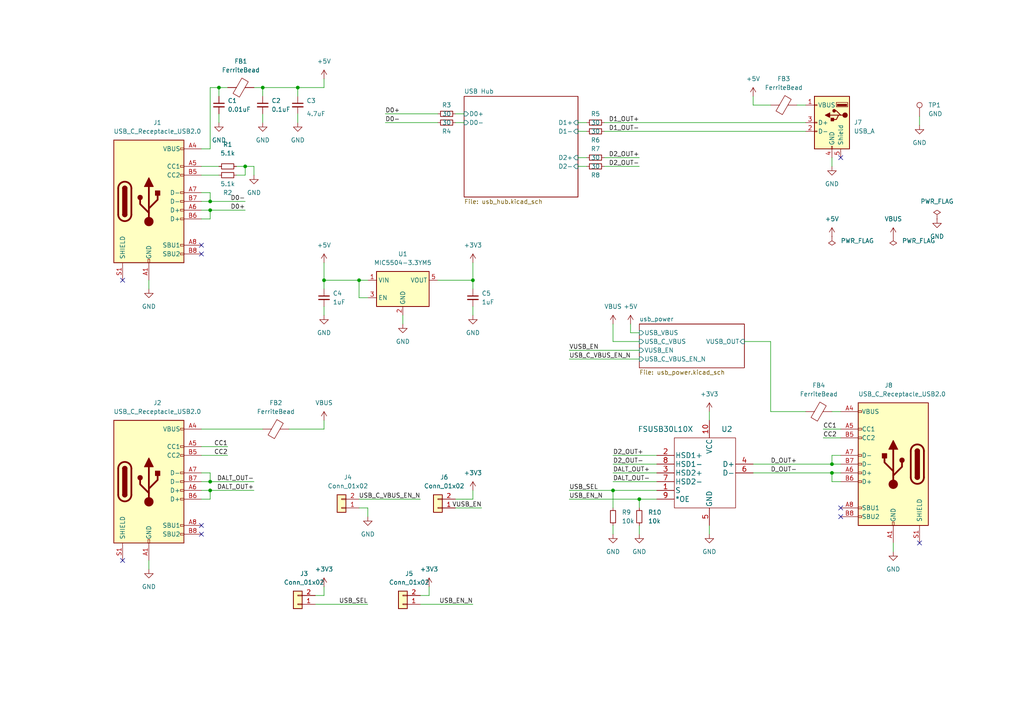
<source format=kicad_sch>
(kicad_sch (version 20210621) (generator eeschema)
  (paper "A4")
  (title_block (title "Debugotron - USB Switch") (date "2021-11-14") (rev "1.0") (company "Quesadillon LLC"))
  (lib_symbols
    (symbol "Connector:TestPoint" (pin_numbers hide) (pin_names (offset 0.762) hide)
      (property "Reference" "TP" (at 0 6.858 0))
      (property "Value" "TestPoint" (at 0 5.08 0))
      (symbol "TestPoint_0_1"
        (circle (center 0 3.302) (radius 0.762))
      )
      (symbol "TestPoint_1_1"
        (pin passive line (at 0 0 90) (length 2.54) (name "1") (number "1"))
      )
    )
    (symbol "Connector:USB_A" (pin_names (offset 1.016))
      (property "Reference" "J" (at -5.08 11.43 0))
      (property "Value" "USB_A" (at -5.08 8.89 0))
      (symbol "USB_A_0_1"
        (rectangle (start -5.08 -7.62) (end 5.08 7.62) (stroke (width 0.254)) (fill (type background)))
        (circle (center -3.81 2.159) (radius 0.635) (stroke (width 0.254)) (fill (type outline)))
        (rectangle (start -1.524 4.826) (end -4.318 5.334) (fill (type outline)))
        (rectangle (start -1.27 4.572) (end -4.572 5.842))
        (circle (center -0.635 3.429) (radius 0.381) (stroke (width 0.254)) (fill (type outline)))
        (rectangle (start -0.127 -7.62) (end 0.127 -6.858))
        (polyline (pts (xy -3.175 2.159) (xy -2.54 2.159) (xy -1.27 3.429) (xy -0.635 3.429)) (stroke (width 0.254)))
        (polyline (pts (xy -2.54 2.159) (xy -1.905 2.159) (xy -1.27 0.889) (xy 0 0.889)) (stroke (width 0.254)))
        (polyline (pts (xy 0.635 2.794) (xy 0.635 1.524) (xy 1.905 2.159) (xy 0.635 2.794)) (stroke (width 0.254)) (fill (type outline)))
        (rectangle (start 0.254 1.27) (end -0.508 0.508) (stroke (width 0.254)) (fill (type outline)))
        (rectangle (start 5.08 -2.667) (end 4.318 -2.413))
        (rectangle (start 5.08 -0.127) (end 4.318 0.127))
        (rectangle (start 5.08 4.953) (end 4.318 5.207))
      )
      (symbol "USB_A_1_1"
        (polyline (pts (xy -1.905 2.159) (xy 0.635 2.159)) (stroke (width 0.254)))
        (pin power_in line (at 7.62 5.08 180) (length 2.54) (name "VBUS") (number "1"))
        (pin bidirectional line (at 7.62 -2.54 180) (length 2.54) (name "D-") (number "2"))
        (pin bidirectional line (at 7.62 0 180) (length 2.54) (name "D+") (number "3"))
        (pin power_in line (at 0 -10.16 90) (length 2.54) (name "GND") (number "4"))
        (pin passive line (at -2.54 -10.16 90) (length 2.54) (name "Shield") (number "5"))
      )
    )
    (symbol "Connector:USB_C_Receptacle_USB2.0" (pin_names (offset 1.016))
      (property "Reference" "J" (at -10.16 19.05 0))
      (property "Value" "USB_C_Receptacle_USB2.0" (at 19.05 19.05 0))
      (symbol "USB_C_Receptacle_USB2.0_0_0"
        (rectangle (start -0.254 -17.78) (end 0.254 -16.764))
        (rectangle (start 10.16 -14.986) (end 9.144 -15.494))
        (rectangle (start 10.16 -12.446) (end 9.144 -12.954))
        (rectangle (start 10.16 -4.826) (end 9.144 -5.334))
        (rectangle (start 10.16 -2.286) (end 9.144 -2.794))
        (rectangle (start 10.16 0.254) (end 9.144 -0.254))
        (rectangle (start 10.16 2.794) (end 9.144 2.286))
        (rectangle (start 10.16 7.874) (end 9.144 7.366))
        (rectangle (start 10.16 10.414) (end 9.144 9.906))
        (rectangle (start 10.16 15.494) (end 9.144 14.986))
      )
      (symbol "USB_C_Receptacle_USB2.0_0_1"
        (rectangle (start -10.16 17.78) (end 10.16 -17.78) (stroke (width 0.254)) (fill (type background)))
        (arc (start -8.89 -3.81) (mid -6.985 -5.715) (end -5.08 -3.81) (stroke (width 0.508)))
        (arc (start -7.62 -3.81) (mid -6.985 -4.445) (end -6.35 -3.81) (stroke (width 0.254)))
        (arc (start -7.62 -3.81) (mid -6.985 -4.445) (end -6.35 -3.81) (stroke (width 0.254)) (fill (type outline)))
        (rectangle (start -7.62 -3.81) (end -6.35 3.81) (stroke (width 0.254)) (fill (type outline)))
        (arc (start -6.35 3.81) (mid -6.985 4.445) (end -7.62 3.81) (stroke (width 0.254)))
        (arc (start -6.35 3.81) (mid -6.985 4.445) (end -7.62 3.81) (stroke (width 0.254)) (fill (type outline)))
        (arc (start -5.08 3.81) (mid -6.985 5.715) (end -8.89 3.81) (stroke (width 0.508)))
        (circle (center -2.54 1.143) (radius 0.635) (stroke (width 0.254)) (fill (type outline)))
        (circle (center 0 -5.842) (radius 1.27) (fill (type outline)))
        (polyline (pts (xy -8.89 -3.81) (xy -8.89 3.81)) (stroke (width 0.508)))
        (polyline (pts (xy -5.08 3.81) (xy -5.08 -3.81)) (stroke (width 0.508)))
        (polyline (pts (xy 0 -5.842) (xy 0 4.318)) (stroke (width 0.508)))
        (polyline (pts (xy 0 -3.302) (xy -2.54 -0.762) (xy -2.54 0.508)) (stroke (width 0.508)))
        (polyline (pts (xy 0 -2.032) (xy 2.54 0.508) (xy 2.54 1.778)) (stroke (width 0.508)))
        (polyline (pts (xy -1.27 4.318) (xy 0 6.858) (xy 1.27 4.318) (xy -1.27 4.318)) (stroke (width 0.254)) (fill (type outline)))
        (rectangle (start 1.905 1.778) (end 3.175 3.048) (stroke (width 0.254)) (fill (type outline)))
      )
      (symbol "USB_C_Receptacle_USB2.0_1_1"
        (pin passive line (at 0 -22.86 90) (length 5.08) (name "GND") (number "A1"))
        (pin passive line (at 0 -22.86 90) (length 5.08) hide (name "GND") (number "A12"))
        (pin passive line (at 15.24 15.24 180) (length 5.08) (name "VBUS") (number "A4"))
        (pin bidirectional line (at 15.24 10.16 180) (length 5.08) (name "CC1") (number "A5"))
        (pin bidirectional line (at 15.24 -2.54 180) (length 5.08) (name "D+") (number "A6"))
        (pin bidirectional line (at 15.24 2.54 180) (length 5.08) (name "D-") (number "A7"))
        (pin bidirectional line (at 15.24 -12.7 180) (length 5.08) (name "SBU1") (number "A8"))
        (pin passive line (at 15.24 15.24 180) (length 5.08) hide (name "VBUS") (number "A9"))
        (pin passive line (at 0 -22.86 90) (length 5.08) hide (name "GND") (number "B1"))
        (pin passive line (at 0 -22.86 90) (length 5.08) hide (name "GND") (number "B12"))
        (pin passive line (at 15.24 15.24 180) (length 5.08) hide (name "VBUS") (number "B4"))
        (pin bidirectional line (at 15.24 7.62 180) (length 5.08) (name "CC2") (number "B5"))
        (pin bidirectional line (at 15.24 -5.08 180) (length 5.08) (name "D+") (number "B6"))
        (pin bidirectional line (at 15.24 0 180) (length 5.08) (name "D-") (number "B7"))
        (pin bidirectional line (at 15.24 -15.24 180) (length 5.08) (name "SBU2") (number "B8"))
        (pin passive line (at 15.24 15.24 180) (length 5.08) hide (name "VBUS") (number "B9"))
        (pin passive line (at -7.62 -22.86 90) (length 5.08) (name "SHIELD") (number "S1"))
      )
    )
    (symbol "Connector_Generic:Conn_01x02" (pin_names (offset 1.016) hide)
      (property "Reference" "J" (at 0 2.54 0))
      (property "Value" "Conn_01x02" (at 0 -5.08 0))
      (symbol "Conn_01x02_1_1"
        (rectangle (start -1.27 -2.413) (end 0 -2.667) (stroke (width 0.1524)))
        (rectangle (start -1.27 0.127) (end 0 -0.127) (stroke (width 0.1524)))
        (rectangle (start -1.27 1.27) (end 1.27 -3.81) (stroke (width 0.254)) (fill (type background)))
        (pin passive line (at -5.08 0 0) (length 3.81) (name "Pin_1") (number "1"))
        (pin passive line (at -5.08 -2.54 0) (length 3.81) (name "Pin_2") (number "2"))
      )
    )
    (symbol "Device:C_Small" (pin_numbers hide) (pin_names (offset 0.254) hide)
      (property "Reference" "C" (at 0.254 1.778 0))
      (property "Value" "C_Small" (at 0.254 -2.032 0))
      (symbol "C_Small_0_1"
        (polyline (pts (xy -1.524 -0.508) (xy 1.524 -0.508)) (stroke (width 0.3302)))
        (polyline (pts (xy -1.524 0.508) (xy 1.524 0.508)) (stroke (width 0.3048)))
      )
      (symbol "C_Small_1_1"
        (pin passive line (at 0 2.54 270) (length 2.032) (name "~") (number "1"))
        (pin passive line (at 0 -2.54 90) (length 2.032) (name "~") (number "2"))
      )
    )
    (symbol "Device:FerriteBead" (pin_numbers hide) (pin_names (offset 0))
      (property "Reference" "FB" (at -3.81 0.635 90))
      (property "Value" "FerriteBead" (at 3.81 0 90))
      (symbol "FerriteBead_0_1"
        (polyline (pts (xy 0 -1.27) (xy 0 -1.2192)))
        (polyline (pts (xy 0 1.27) (xy 0 1.2954)))
        (polyline (pts (xy -2.7686 0.4064) (xy -1.7018 2.2606) (xy 2.7686 -0.3048) (xy 1.6764 -2.159) (xy -2.7686 0.4064)))
      )
      (symbol "FerriteBead_1_1"
        (pin passive line (at 0 3.81 270) (length 2.54) (name "~") (number "1"))
        (pin passive line (at 0 -3.81 90) (length 2.54) (name "~") (number "2"))
      )
    )
    (symbol "Device:R_Small" (pin_numbers hide) (pin_names (offset 0.254) hide)
      (property "Reference" "R" (at 0.762 0.508 0))
      (property "Value" "R_Small" (at 0.762 -1.016 0))
      (symbol "R_Small_0_1"
        (rectangle (start -0.762 1.778) (end 0.762 -1.778) (stroke (width 0.2032)))
      )
      (symbol "R_Small_1_1"
        (pin passive line (at 0 2.54 270) (length 0.762) (name "~") (number "1"))
        (pin passive line (at 0 -2.54 90) (length 0.762) (name "~") (number "2"))
      )
    )
    (symbol "Regulator_Linear:MIC5504-3.3YM5"
      (property "Reference" "U" (at -7.62 8.89 0))
      (property "Value" "MIC5504-3.3YM5" (at -7.62 6.35 0))
      (symbol "MIC5504-3.3YM5_0_1"
        (rectangle (start -7.62 -5.08) (end 7.62 5.08) (stroke (width 0.254)) (fill (type background)))
      )
      (symbol "MIC5504-3.3YM5_1_1"
        (pin power_in line (at -10.16 2.54 0) (length 2.54) (name "VIN") (number "1"))
        (pin power_in line (at 0 -7.62 90) (length 2.54) (name "GND") (number "2"))
        (pin input line (at -10.16 -2.54 0) (length 2.54) (name "EN") (number "3"))
        (pin no_connect line (at 7.62 -2.54 180) (length 2.54) hide (name "NC") (number "4"))
        (pin power_out line (at 10.16 2.54 180) (length 2.54) (name "VOUT") (number "5"))
      )
    )
    (symbol "power:+3V3" (power) (pin_names (offset 0))
      (property "Value" "+3V3" (at 0 3.556 0))
      (symbol "+3V3_0_1"
        (polyline (pts (xy -0.762 1.27) (xy 0 2.54)))
        (polyline (pts (xy 0 0) (xy 0 2.54)))
        (polyline (pts (xy 0 2.54) (xy 0.762 1.27)))
      )
      (symbol "+3V3_1_1"
        (pin power_in line (at 0 0 90) (length 0) hide (name "+3V3") (number "1"))
      )
    )
    (symbol "power:+5V" (power) (pin_names (offset 0))
      (property "Value" "+5V" (at 0 3.556 0))
      (symbol "+5V_0_1"
        (polyline (pts (xy -0.762 1.27) (xy 0 2.54)))
        (polyline (pts (xy 0 0) (xy 0 2.54)))
        (polyline (pts (xy 0 2.54) (xy 0.762 1.27)))
      )
      (symbol "+5V_1_1"
        (pin power_in line (at 0 0 90) (length 0) hide (name "+5V") (number "1"))
      )
    )
    (symbol "power:GND" (power) (pin_names (offset 0))
      (property "Value" "GND" (at 0 -3.81 0))
      (symbol "GND_0_1"
        (polyline (pts (xy 0 0) (xy 0 -1.27) (xy 1.27 -1.27) (xy 0 -2.54) (xy -1.27 -1.27) (xy 0 -1.27)))
      )
      (symbol "GND_1_1"
        (pin power_in line (at 0 0 270) (length 0) hide (name "GND") (number "1"))
      )
    )
    (symbol "power:PWR_FLAG" (power) (pin_numbers hide) (pin_names (offset 0) hide)
      (property "Value" "PWR_FLAG" (at 0 3.81 0))
      (symbol "PWR_FLAG_0_0"
        (pin power_out line (at 0 0 90) (length 0) (name "pwr") (number "1"))
      )
      (symbol "PWR_FLAG_0_1"
        (polyline (pts (xy 0 0) (xy 0 1.27) (xy -1.016 1.905) (xy 0 2.54) (xy 1.016 1.905) (xy 0 1.27)))
      )
    )
    (symbol "power:VBUS" (power) (pin_names (offset 0))
      (property "Value" "VBUS" (at 0 3.81 0))
      (symbol "VBUS_0_1"
        (polyline (pts (xy -0.762 1.27) (xy 0 2.54)))
        (polyline (pts (xy 0 0) (xy 0 2.54)))
        (polyline (pts (xy 0 2.54) (xy 0.762 1.27)))
      )
      (symbol "VBUS_1_1"
        (pin power_in line (at 0 0 90) (length 0) hide (name "VBUS") (number "1"))
      )
    )
    (symbol "quesadillon:FSUSB30L10X" (pin_names (offset 0.254))
      (property "Reference" "U" (at 2.54 15.24 0))
      (property "Value" "FSUSB30L10X" (at 10.16 12.7 0))
      (symbol "FSUSB30L10X_1_1"
        (rectangle (start -10.16 10.16) (end 7.62 -10.16) (stroke (width 0.1524)))
        (pin input line (at -15.24 -5.08 0) (length 5.08) (name "S") (number "1"))
        (pin power_in line (at 0 15.24 270) (length 5.08) (name "VCC") (number "10"))
        (pin bidirectional line (at -15.24 5.08 0) (length 5.08) (name "HSD1+") (number "2"))
        (pin bidirectional line (at -15.24 0 0) (length 5.08) (name "HSD2+") (number "3"))
        (pin bidirectional line (at 12.7 2.54 180) (length 5.08) (name "D+") (number "4"))
        (pin power_in line (at 0 -15.24 90) (length 5.08) (name "GND") (number "5"))
        (pin bidirectional line (at 12.7 0 180) (length 5.08) (name "D-") (number "6"))
        (pin bidirectional line (at -15.24 -2.54 0) (length 5.08) (name "HSD2-") (number "7"))
        (pin bidirectional line (at -15.24 2.54 0) (length 5.08) (name "HSD1-") (number "8"))
        (pin input line (at -15.24 -7.62 0) (length 5.08) (name "*OE") (number "9"))
      )
    )
  )
  (junction (at 86.36 25.4))
  (junction (at 241.3 137.16))
  (junction (at 185.42 144.78))
  (junction (at 60.96 58.42))
  (junction (at 241.3 134.62))
  (junction (at 177.8 142.24))
  (junction (at 71.12 48.26))
  (junction (at 63.5 25.4))
  (junction (at 60.96 139.7))
  (junction (at 93.98 81.28))
  (junction (at 60.96 142.24))
  (junction (at 137.16 81.28))
  (junction (at 76.2 25.4))
  (junction (at 60.96 60.96))
  (junction (at 104.14 81.28))
  (no_connect (at 58.42 152.4))
  (no_connect (at 58.42 154.94))
  (no_connect (at 243.84 147.32))
  (no_connect (at 243.84 149.86))
  (no_connect (at 35.56 81.28))
  (no_connect (at 35.56 162.56))
  (no_connect (at 266.7 157.48))
  (no_connect (at 243.84 45.72))
  (no_connect (at 58.42 71.12))
  (no_connect (at 58.42 73.66))
  (wire (pts (xy 185.42 99.06) (xy 177.8 99.06)))
  (wire (pts (xy 177.8 93.98) (xy 177.8 99.06)))
  (wire (pts (xy 68.58 48.26) (xy 71.12 48.26)))
  (wire (pts (xy 71.12 50.8) (xy 68.58 50.8)))
  (wire (pts (xy 71.12 48.26) (xy 71.12 50.8)))
  (wire (pts (xy 223.52 99.06) (xy 223.52 119.38)))
  (wire (pts (xy 215.9 99.06) (xy 223.52 99.06)))
  (wire (pts (xy 175.26 35.56) (xy 233.68 35.56)))
  (wire (pts (xy 86.36 25.4) (xy 93.98 25.4)))
  (wire (pts (xy 218.44 27.94) (xy 218.44 30.48)))
  (wire (pts (xy 58.42 58.42) (xy 60.96 58.42)))
  (wire (pts (xy 60.96 55.88) (xy 60.96 58.42)))
  (wire (pts (xy 58.42 55.88) (xy 60.96 55.88)))
  (wire (pts (xy 43.18 162.56) (xy 43.18 165.1)))
  (wire (pts (xy 132.08 35.56) (xy 134.62 35.56)))
  (wire (pts (xy 58.42 144.78) (xy 60.96 144.78)))
  (wire (pts (xy 93.98 81.28) (xy 93.98 83.82)))
  (wire (pts (xy 241.3 119.38) (xy 243.84 119.38)))
  (wire (pts (xy 111.76 33.02) (xy 127 33.02)))
  (wire (pts (xy 259.08 157.48) (xy 259.08 160.02)))
  (wire (pts (xy 124.46 170.18) (xy 124.46 172.72)))
  (wire (pts (xy 121.92 172.72) (xy 124.46 172.72)))
  (wire (pts (xy 93.98 121.92) (xy 93.98 124.46)))
  (wire (pts (xy 111.76 35.56) (xy 127 35.56)))
  (wire (pts (xy 58.42 132.08) (xy 66.04 132.08)))
  (wire (pts (xy 58.42 129.54) (xy 66.04 129.54)))
  (wire (pts (xy 91.44 175.26) (xy 106.68 175.26)))
  (wire (pts (xy 43.18 81.28) (xy 43.18 83.82)))
  (wire (pts (xy 185.42 152.4) (xy 185.42 154.94)))
  (wire (pts (xy 63.5 25.4) (xy 60.96 25.4)))
  (wire (pts (xy 66.04 25.4) (xy 63.5 25.4)))
  (wire (pts (xy 185.42 144.78) (xy 190.5 144.78)))
  (wire (pts (xy 165.1 144.78) (xy 185.42 144.78)))
  (wire (pts (xy 165.1 101.6) (xy 185.42 101.6)))
  (wire (pts (xy 93.98 76.2) (xy 93.98 81.28)))
  (wire (pts (xy 106.68 81.28) (xy 104.14 81.28)))
  (wire (pts (xy 104.14 81.28) (xy 93.98 81.28)))
  (wire (pts (xy 167.64 35.56) (xy 170.18 35.56)))
  (wire (pts (xy 104.14 147.32) (xy 106.68 147.32)))
  (wire (pts (xy 106.68 147.32) (xy 106.68 149.86)))
  (wire (pts (xy 58.42 50.8) (xy 63.5 50.8)))
  (wire (pts (xy 83.82 124.46) (xy 93.98 124.46)))
  (wire (pts (xy 243.84 134.62) (xy 241.3 134.62)))
  (wire (pts (xy 241.3 134.62) (xy 241.3 132.08)))
  (wire (pts (xy 241.3 132.08) (xy 243.84 132.08)))
  (wire (pts (xy 132.08 33.02) (xy 134.62 33.02)))
  (wire (pts (xy 218.44 30.48) (xy 223.52 30.48)))
  (wire (pts (xy 93.98 22.86) (xy 93.98 25.4)))
  (wire (pts (xy 76.2 33.02) (xy 76.2 35.56)))
  (wire (pts (xy 185.42 96.52) (xy 182.88 96.52)))
  (wire (pts (xy 182.88 93.98) (xy 182.88 96.52)))
  (wire (pts (xy 60.96 139.7) (xy 58.42 139.7)))
  (wire (pts (xy 58.42 137.16) (xy 60.96 137.16)))
  (wire (pts (xy 60.96 137.16) (xy 60.96 139.7)))
  (wire (pts (xy 60.96 142.24) (xy 60.96 144.78)))
  (wire (pts (xy 167.64 38.1) (xy 170.18 38.1)))
  (wire (pts (xy 93.98 88.9) (xy 93.98 91.44)))
  (wire (pts (xy 241.3 45.72) (xy 241.3 48.26)))
  (wire (pts (xy 73.66 48.26) (xy 73.66 50.8)))
  (wire (pts (xy 71.12 48.26) (xy 73.66 48.26)))
  (wire (pts (xy 231.14 30.48) (xy 233.68 30.48)))
  (wire (pts (xy 137.16 76.2) (xy 137.16 81.28)))
  (wire (pts (xy 127 81.28) (xy 137.16 81.28)))
  (wire (pts (xy 223.52 119.38) (xy 233.68 119.38)))
  (wire (pts (xy 177.8 142.24) (xy 177.8 147.32)))
  (wire (pts (xy 167.64 48.26) (xy 170.18 48.26)))
  (wire (pts (xy 218.44 137.16) (xy 241.3 137.16)))
  (wire (pts (xy 175.26 48.26) (xy 185.42 48.26)))
  (wire (pts (xy 106.68 86.36) (xy 104.14 86.36)))
  (wire (pts (xy 104.14 86.36) (xy 104.14 81.28)))
  (wire (pts (xy 132.08 144.78) (xy 137.16 144.78)))
  (wire (pts (xy 137.16 142.24) (xy 137.16 144.78)))
  (wire (pts (xy 58.42 142.24) (xy 60.96 142.24)))
  (wire (pts (xy 63.5 33.02) (xy 63.5 35.56)))
  (wire (pts (xy 58.42 63.5) (xy 60.96 63.5)))
  (wire (pts (xy 58.42 60.96) (xy 60.96 60.96)))
  (wire (pts (xy 60.96 60.96) (xy 60.96 63.5)))
  (wire (pts (xy 238.76 127) (xy 243.84 127)))
  (wire (pts (xy 132.08 147.32) (xy 139.7 147.32)))
  (wire (pts (xy 121.92 175.26) (xy 137.16 175.26)))
  (wire (pts (xy 58.42 124.46) (xy 76.2 124.46)))
  (wire (pts (xy 60.96 142.24) (xy 73.66 142.24)))
  (wire (pts (xy 177.8 132.08) (xy 190.5 132.08)))
  (wire (pts (xy 104.14 144.78) (xy 121.92 144.78)))
  (wire (pts (xy 218.44 134.62) (xy 241.3 134.62)))
  (wire (pts (xy 185.42 144.78) (xy 185.42 147.32)))
  (wire (pts (xy 177.8 152.4) (xy 177.8 154.94)))
  (wire (pts (xy 116.84 91.44) (xy 116.84 93.98)))
  (wire (pts (xy 63.5 25.4) (xy 63.5 27.94)))
  (wire (pts (xy 167.64 45.72) (xy 170.18 45.72)))
  (wire (pts (xy 137.16 88.9) (xy 137.16 91.44)))
  (wire (pts (xy 137.16 81.28) (xy 137.16 83.82)))
  (wire (pts (xy 205.74 152.4) (xy 205.74 154.94)))
  (wire (pts (xy 86.36 33.02) (xy 86.36 35.56)))
  (wire (pts (xy 76.2 25.4) (xy 76.2 27.94)))
  (wire (pts (xy 73.66 25.4) (xy 76.2 25.4)))
  (wire (pts (xy 238.76 124.46) (xy 243.84 124.46)))
  (wire (pts (xy 177.8 134.62) (xy 190.5 134.62)))
  (wire (pts (xy 177.8 139.7) (xy 190.5 139.7)))
  (wire (pts (xy 205.74 119.38) (xy 205.74 121.92)))
  (wire (pts (xy 175.26 45.72) (xy 185.42 45.72)))
  (wire (pts (xy 60.96 139.7) (xy 73.66 139.7)))
  (wire (pts (xy 60.96 25.4) (xy 60.96 43.18)))
  (wire (pts (xy 58.42 43.18) (xy 60.96 43.18)))
  (wire (pts (xy 60.96 60.96) (xy 71.12 60.96)))
  (wire (pts (xy 177.8 137.16) (xy 190.5 137.16)))
  (wire (pts (xy 58.42 48.26) (xy 63.5 48.26)))
  (wire (pts (xy 60.96 58.42) (xy 71.12 58.42)))
  (wire (pts (xy 76.2 25.4) (xy 86.36 25.4)))
  (wire (pts (xy 86.36 25.4) (xy 86.36 27.94)))
  (wire (pts (xy 266.7 33.7821) (xy 266.7 36.3221)))
  (wire (pts (xy 243.84 137.16) (xy 241.3 137.16)))
  (wire (pts (xy 241.3 139.7) (xy 243.84 139.7)))
  (wire (pts (xy 241.3 137.16) (xy 241.3 139.7)))
  (wire (pts (xy 177.8 142.24) (xy 190.5 142.24)))
  (wire (pts (xy 165.1 142.24) (xy 177.8 142.24)))
  (wire (pts (xy 175.26 38.1) (xy 233.68 38.1)))
  (wire (pts (xy 91.44 172.72) (xy 93.98 172.72)))
  (wire (pts (xy 93.98 170.18) (xy 93.98 172.72)))
  (wire (pts (xy 165.1 104.14) (xy 185.42 104.14)))
  (label "DALT_OUT-" (at 177.8 139.7 0))
  (label "CC2" (at 238.76 127 0))
  (label "USB_C_VBUS_EN_N" (at 165.1 104.14 0))
  (label "CC2" (at 66.04 132.08 180))
  (label "D2_OUT+" (at 177.8 132.08 0))
  (label "D0-" (at 71.12 58.42 180))
  (label "USB_SEL" (at 165.1 142.24 0))
  (label "USB_EN_N" (at 165.1 144.78 0))
  (label "D0+" (at 111.76 33.02 0))
  (label "D2_OUT+" (at 185.42 45.72 180))
  (label "D2_OUT-" (at 185.42 48.26 180))
  (label "D1_OUT-" (at 185.42 38.1 180))
  (label "D0-" (at 111.76 35.56 0))
  (label "USB_EN_N" (at 137.16 175.26 180))
  (label "D_OUT+" (at 223.52 134.62 0))
  (label "DALT_OUT-" (at 73.66 139.7 180))
  (label "D0+" (at 71.12 60.96 180))
  (label "DALT_OUT+" (at 177.8 137.16 0))
  (label "DALT_OUT+" (at 73.66 142.24 180))
  (label "VUSB_EN" (at 165.1 101.6 0))
  (label "D1_OUT+" (at 185.42 35.56 180))
  (label "USB_C_VBUS_EN_N" (at 121.92 144.78 180))
  (label "VUSB_EN" (at 139.7 147.32 180))
  (label "D_OUT-" (at 223.52 137.16 0))
  (label "D2_OUT-" (at 177.8 134.62 0))
  (label "CC1" (at 66.04 129.54 180))
  (label "CC1" (at 238.76 124.46 0))
  (label "USB_SEL" (at 106.68 175.26 180))
  (symbol (lib_id "power:+3V3") (at 137.16 142.24 0) (unit 1)
    (property "Reference" "#PWR017" (effects hide))
    (property "Value" "+3V3" (at 137.16 137.16 0))
  )
  (symbol (lib_id "Connector_Generic:Conn_01x02") (at 99.06 147.32 180) (unit 1)
    (property "Reference" "J4" (at 100.9015 138.43 0))
    (property "Value" "Conn_01x02" (at 100.9015 140.97 0))
    (property "Footprint" "Connector_PinSocket_2.54mm:PinSocket_1x02_P2.54mm_Vertical" (effects hide))
  )
  (symbol (lib_id "Device:FerriteBead") (at 80.01 124.46 90) (unit 1)
    (property "Reference" "FB2" (at 80.01 116.84 90))
    (property "Value" "FerriteBead" (at 80.01 119.38 90))
    (property "Footprint" "Inductor_SMD:L_0603_1608Metric" (effects hide))
  )
  (symbol (lib_id "power:GND") (at 259.08 160.02 0) (unit 1)
    (property "Reference" "#PWR028" (effects hide))
    (property "Value" "GND" (at 259.08 165.1 0))
  )
  (symbol (lib_id "Device:R_Small") (at 177.8 149.86 0) (unit 1)
    (property "Reference" "R9" (at 180.34 148.5899 0) (effects (justify left)))
    (property "Value" "10k" (at 180.34 151.1299 0) (effects (justify left)))
    (property "Footprint" "Resistor_SMD:R_0402_1005Metric" (effects hide))
  )
  (symbol (lib_id "Connector_Generic:Conn_01x02") (at 116.84 175.26 180) (unit 1)
    (property "Reference" "J5" (at 118.6815 166.37 0))
    (property "Value" "Conn_01x02" (at 118.6815 168.91 0))
    (property "Footprint" "Connector_PinSocket_2.54mm:PinSocket_1x02_P2.54mm_Vertical" (effects hide))
  )
  (symbol (lib_id "power:GND") (at 205.74 154.94 0) (unit 1)
    (property "Reference" "#PWR023" (effects hide))
    (property "Value" "GND" (at 205.74 160.02 0))
  )
  (symbol (lib_id "power:PWR_FLAG") (at 259.08 68.58 180) (unit 1)
    (property "Reference" "#FLG02" (effects hide))
    (property "Value" "PWR_FLAG" (at 261.62 69.8498 0) (effects (justify right)))
  )
  (symbol (lib_id "Connector_Generic:Conn_01x02") (at 86.36 175.26 180) (unit 1)
    (property "Reference" "J3" (at 88.2015 166.37 0))
    (property "Value" "Conn_01x02" (at 88.2015 168.91 0))
    (property "Footprint" "Connector_PinSocket_2.54mm:PinSocket_1x02_P2.54mm_Vertical" (effects hide))
  )
  (symbol (lib_id "Device:R_Small") (at 185.42 149.86 0) (unit 1)
    (property "Reference" "R10" (at 187.96 148.5899 0) (effects (justify left)))
    (property "Value" "10k" (at 187.96 151.1299 0) (effects (justify left)))
    (property "Footprint" "Resistor_SMD:R_0402_1005Metric" (effects hide))
  )
  (symbol (lib_id "power:+3V3") (at 205.74 119.38 0) (unit 1)
    (property "Reference" "#PWR022" (effects hide))
    (property "Value" "+3V3" (at 205.74 114.3 0))
  )
  (symbol (lib_id "power:GND") (at 43.18 83.82 0) (unit 1)
    (property "Reference" "#PWR01" (effects hide))
    (property "Value" "GND" (at 43.18 88.9 0))
  )
  (symbol (lib_id "Device:R_Small") (at 129.54 33.02 90) (unit 1)
    (property "Reference" "R3" (at 129.54 30.48 90))
    (property "Value" "30" (at 129.54 33.02 90))
    (property "Footprint" "Resistor_SMD:R_0402_1005Metric" (effects hide))
  )
  (symbol (lib_id "power:+5V") (at 218.44 27.94 0) (unit 1)
    (property "Reference" "#PWR024" (effects hide))
    (property "Value" "+5V" (at 218.44 22.86 0))
  )
  (symbol (lib_id "power:+5V") (at 241.3 68.58 0) (unit 1)
    (property "Reference" "#PWR026" (effects hide))
    (property "Value" "+5V" (at 241.3 63.5 0))
  )
  (symbol (lib_id "power:GND") (at 86.36 35.56 0) (unit 1)
    (property "Reference" "#PWR06" (effects hide))
    (property "Value" "GND" (at 86.36 40.64 0))
  )
  (symbol (lib_id "Connector_Generic:Conn_01x02") (at 127 147.32 180) (unit 1)
    (property "Reference" "J6" (at 128.8415 138.43 0))
    (property "Value" "Conn_01x02" (at 128.8415 140.97 0))
    (property "Footprint" "Connector_PinSocket_2.54mm:PinSocket_1x02_P2.54mm_Vertical" (effects hide))
  )
  (symbol (lib_id "Device:FerriteBead") (at 227.33 30.48 90) (unit 1)
    (property "Reference" "FB3" (at 227.33 22.86 90))
    (property "Value" "FerriteBead" (at 227.33 25.4 90))
    (property "Footprint" "Inductor_SMD:L_0603_1608Metric" (effects hide))
  )
  (symbol (lib_id "power:+3V3") (at 137.16 76.2 0) (unit 1)
    (property "Reference" "#PWR015" (effects hide))
    (property "Value" "+3V3" (at 137.16 71.12 0))
  )
  (symbol (lib_id "Device:R_Small") (at 172.72 48.26 90) (unit 1)
    (property "Reference" "R8" (at 172.72 50.8 90))
    (property "Value" "30" (at 172.72 48.26 90))
    (property "Footprint" "Resistor_SMD:R_0402_1005Metric" (effects hide))
  )
  (symbol (lib_id "power:PWR_FLAG") (at 241.3 68.58 180) (unit 1)
    (property "Reference" "#FLG01" (effects hide))
    (property "Value" "PWR_FLAG" (at 243.84 69.8498 0) (effects (justify right)))
  )
  (symbol (lib_id "Device:R_Small") (at 129.54 35.56 90) (unit 1)
    (property "Reference" "R4" (at 129.54 38.1 90))
    (property "Value" "30" (at 129.54 35.56 90))
    (property "Footprint" "Resistor_SMD:R_0402_1005Metric" (effects hide))
  )
  (symbol (lib_id "power:VBUS") (at 177.8 93.98 0) (unit 1)
    (property "Reference" "#PWR018" (effects hide))
    (property "Value" "VBUS" (at 177.8 88.9 0))
  )
  (symbol (lib_id "power:GND") (at 106.68 149.86 0) (unit 1)
    (property "Reference" "#PWR012" (effects hide))
    (property "Value" "GND" (at 106.68 154.94 0))
  )
  (symbol (lib_id "power:GND") (at 93.98 91.44 0) (unit 1)
    (property "Reference" "#PWR09" (effects hide))
    (property "Value" "GND" (at 93.98 96.52 0))
  )
  (symbol (lib_id "Device:R_Small") (at 172.72 35.56 90) (unit 1)
    (property "Reference" "R5" (at 172.72 33.02 90))
    (property "Value" "30" (at 172.72 35.56 90))
    (property "Footprint" "Resistor_SMD:R_0402_1005Metric" (effects hide))
  )
  (symbol (lib_id "power:GND") (at 185.42 154.94 0) (unit 1)
    (property "Reference" "#PWR021" (effects hide))
    (property "Value" "GND" (at 185.42 160.02 0))
  )
  (symbol (lib_id "power:VBUS") (at 93.98 121.92 0) (unit 1)
    (property "Reference" "#PWR010" (effects hide))
    (property "Value" "VBUS" (at 93.98 116.84 0))
  )
  (symbol (lib_id "Connector:USB_C_Receptacle_USB2.0") (at 43.18 139.7 0) (unit 1)
    (property "Reference" "J2" (at 45.6565 116.84 0))
    (property "Value" "USB_C_Receptacle_USB2.0" (at 45.6565 119.38 0))
    (property "Footprint" "alvarop:USB4105-GF-A" (effects hide))
    (property "Datasheet" "https://www.usb.org/sites/default/files/documents/usb_type-c.zip" (effects hide))
  )
  (symbol (lib_id "power:VBUS") (at 259.08 68.58 0) (unit 1)
    (property "Reference" "#PWR027" (effects hide))
    (property "Value" "VBUS" (at 259.08 63.5 0))
  )
  (symbol (lib_id "Connector:USB_C_Receptacle_USB2.0") (at 43.18 58.42 0) (unit 1)
    (property "Reference" "J1" (at 45.6565 35.56 0))
    (property "Value" "USB_C_Receptacle_USB2.0" (at 45.6565 38.1 0))
    (property "Footprint" "alvarop:USB4105-GF-A" (effects hide))
    (property "Datasheet" "https://www.usb.org/sites/default/files/documents/usb_type-c.zip" (effects hide))
  )
  (symbol (lib_id "Connector:TestPoint") (at 266.7 33.7821 0) (unit 1)
    (property "Reference" "TP1" (at 269.24 30.48 0) (effects (justify left)))
    (property "Value" "GND" (at 269.24 33.02 0) (effects (justify left)))
  )
  (symbol (lib_id "power:GND") (at 177.8 154.94 0) (unit 1)
    (property "Reference" "#PWR019" (effects hide))
    (property "Value" "GND" (at 177.8 160.02 0))
  )
  (symbol (lib_id "Device:R_Small") (at 172.72 38.1 90) (unit 1)
    (property "Reference" "R6" (at 172.72 40.64 90))
    (property "Value" "30" (at 172.72 38.1 90))
    (property "Footprint" "Resistor_SMD:R_0402_1005Metric" (effects hide))
  )
  (symbol (lib_id "Connector:USB_A") (at 241.3 35.56 0) (mirror y) (unit 1)
    (property "Reference" "J7" (at 247.65 35.4964 0) (effects (justify right)))
    (property "Value" "USB_A" (at 247.65 38.0364 0) (effects (justify right)))
    (property "Datasheet" " ~" (effects hide))
  )
  (symbol (lib_id "Device:R_Small") (at 172.72 45.72 90) (unit 1)
    (property "Reference" "R7" (at 172.72 43.18 90))
    (property "Value" "30" (at 172.72 45.72 90))
    (property "Footprint" "Resistor_SMD:R_0402_1005Metric" (effects hide))
  )
  (symbol (lib_id "power:GND") (at 63.5 35.56 0) (unit 1)
    (property "Reference" "#PWR03" (effects hide))
    (property "Value" "GND" (at 63.5 40.64 0))
  )
  (symbol (lib_id "power:GND") (at 137.16 91.44 0) (unit 1)
    (property "Reference" "#PWR016" (effects hide))
    (property "Value" "GND" (at 137.16 96.52 0))
  )
  (symbol (lib_id "Connector:USB_C_Receptacle_USB2.0") (at 259.08 134.62 0) (mirror y) (unit 1)
    (property "Reference" "J8" (at 256.54 111.76 0) (effects (justify right)))
    (property "Value" "USB_C_Receptacle_USB2.0" (at 248.92 114.3 0) (effects (justify right)))
    (property "Footprint" "alvarop:USB4105-GF-A" (effects hide))
    (property "Datasheet" "https://www.usb.org/sites/default/files/documents/usb_type-c.zip" (effects hide))
  )
  (symbol (lib_id "power:GND") (at 73.66 50.8 0) (unit 1)
    (property "Reference" "#PWR04" (effects hide))
    (property "Value" "GND" (at 73.66 55.88 0))
  )
  (symbol (lib_id "Device:R_Small") (at 66.04 50.8 90) (unit 1)
    (property "Reference" "R2" (at 66.04 55.88 90))
    (property "Value" "5.1k" (at 66.04 53.34 90))
    (property "Footprint" "Resistor_SMD:R_0402_1005Metric" (effects hide))
  )
  (symbol (lib_id "Device:R_Small") (at 66.04 48.26 90) (unit 1)
    (property "Reference" "R1" (at 66.04 41.91 90))
    (property "Value" "5.1k" (at 66.04 44.45 90))
    (property "Footprint" "Resistor_SMD:R_0402_1005Metric" (effects hide))
  )
  (symbol (lib_id "Regulator_Linear:MIC5504-3.3YM5") (at 116.84 83.82 0) (unit 1)
    (property "Reference" "U1" (at 116.84 73.66 0))
    (property "Value" "MIC5504-3.3YM5" (at 116.84 76.2 0))
    (property "Footprint" "Package_TO_SOT_SMD:SOT-23-5" (effects hide))
    (property "Datasheet" "http://ww1.microchip.com/downloads/en/DeviceDoc/MIC550X.pdf" (effects hide))
  )
  (symbol (lib_id "power:GND") (at 266.7 36.3221 0) (unit 1)
    (property "Reference" "#PWR029" (effects hide))
    (property "Value" "GND" (at 266.7 41.4021 0))
  )
  (symbol (lib_id "power:GND") (at 116.84 93.98 0) (unit 1)
    (property "Reference" "#PWR013" (effects hide))
    (property "Value" "GND" (at 116.84 99.06 0))
  )
  (symbol (lib_id "Device:C_Small") (at 86.36 30.48 0) (unit 1)
    (property "Reference" "C3" (at 88.9 29.2099 0) (effects (justify left)))
    (property "Value" "4.7uF" (at 88.9 33.02 0) (effects (justify left)))
    (property "Footprint" "Capacitor_SMD:C_0805_2012Metric" (effects hide))
  )
  (symbol (lib_id "power:+3V3") (at 93.98 170.18 0) (unit 1)
    (property "Reference" "#PWR011" (effects hide))
    (property "Value" "+3V3" (at 93.98 165.1 0))
  )
  (symbol (lib_id "power:+5V") (at 93.98 76.2 0) (unit 1)
    (property "Reference" "#PWR08" (effects hide))
    (property "Value" "+5V" (at 93.98 71.12 0))
  )
  (symbol (lib_id "Device:C_Small") (at 76.2 30.48 0) (unit 1)
    (property "Reference" "C2" (at 78.74 29.2099 0) (effects (justify left)))
    (property "Value" "0.1uF" (at 78.74 31.7499 0) (effects (justify left)))
    (property "Footprint" "Capacitor_SMD:C_0402_1005Metric" (effects hide))
  )
  (symbol (lib_id "power:+5V") (at 182.88 93.98 0) (unit 1)
    (property "Reference" "#PWR020" (effects hide))
    (property "Value" "+5V" (at 182.88 88.9 0))
  )
  (symbol (lib_id "Device:C_Small") (at 93.98 86.36 0) (unit 1)
    (property "Reference" "C4" (at 96.52 85.0899 0) (effects (justify left)))
    (property "Value" "1uF" (at 96.52 87.6299 0) (effects (justify left)))
    (property "Footprint" "Capacitor_SMD:C_0402_1005Metric" (effects hide))
  )
  (symbol (lib_id "quesadillon:FSUSB30L10X") (at 205.74 137.16 0) (unit 1)
    (property "Reference" "U2" (at 210.82 124.46 0) (effects (font (size 1.524 1.524))))
    (property "Value" "FSUSB30L10X" (at 193.04 124.46 0) (effects (font (size 1.524 1.524))))
  )
  (symbol (lib_id "power:+5V") (at 93.98 22.86 0) (unit 1)
    (property "Reference" "#PWR07" (effects hide))
    (property "Value" "+5V" (at 93.98 17.78 0))
  )
  (symbol (lib_id "Device:C_Small") (at 63.5 30.48 0) (unit 1)
    (property "Reference" "C1" (at 66.04 29.2099 0) (effects (justify left)))
    (property "Value" "0.01uF" (at 66.04 31.7499 0) (effects (justify left)))
    (property "Footprint" "Capacitor_SMD:C_0402_1005Metric" (effects hide))
  )
  (symbol (lib_id "power:GND") (at 43.18 165.1 0) (unit 1)
    (property "Reference" "#PWR02" (effects hide))
    (property "Value" "GND" (at 43.18 170.18 0))
  )
  (symbol (lib_id "Device:FerriteBead") (at 237.49 119.38 90) (unit 1)
    (property "Reference" "FB4" (at 237.49 111.76 90))
    (property "Value" "FerriteBead" (at 237.49 114.3 90))
    (property "Footprint" "Inductor_SMD:L_0603_1608Metric" (effects hide))
  )
  (symbol (lib_id "power:+3V3") (at 124.46 170.18 0) (unit 1)
    (property "Reference" "#PWR014" (effects hide))
    (property "Value" "+3V3" (at 124.46 165.1 0))
  )
  (symbol (lib_id "power:GND") (at 241.3 48.26 0) (unit 1)
    (property "Reference" "#PWR025" (effects hide))
    (property "Value" "GND" (at 241.3 53.34 0))
  )
  (symbol (lib_id "power:GND") (at 271.78 63.5 0) (unit 1)
    (property "Reference" "#PWR030" (effects hide))
    (property "Value" "GND" (at 271.78 68.58 0))
  )
  (symbol (lib_id "Device:C_Small") (at 137.16 86.36 0) (unit 1)
    (property "Reference" "C5" (at 139.7 85.0899 0) (effects (justify left)))
    (property "Value" "1uF" (at 139.7 87.6299 0) (effects (justify left)))
    (property "Footprint" "Capacitor_SMD:C_0402_1005Metric" (effects hide))
  )
  (symbol (lib_id "power:GND") (at 76.2 35.56 0) (unit 1)
    (property "Reference" "#PWR05" (effects hide))
    (property "Value" "GND" (at 76.2 40.64 0))
  )
  (symbol (lib_id "power:PWR_FLAG") (at 271.78 63.5 0) (unit 1)
    (property "Reference" "#FLG03" (effects hide))
    (property "Value" "PWR_FLAG" (at 271.78 58.42 0))
  )
  (symbol (lib_id "Device:FerriteBead") (at 69.85 25.4 90) (unit 1)
    (property "Reference" "FB1" (at 69.85 17.78 90))
    (property "Value" "FerriteBead" (at 69.85 20.32 90))
    (property "Footprint" "Inductor_SMD:L_0603_1608Metric" (effects hide))
  )
  (sheet (at 185.42 93.98) (size 30.48 12.7) (stroke (width 0.1524))
    (property "Sheet name" "usb_power" (at 185.42 93.2684 0) (effects (justify left bottom)))
    (property "Sheet file" "usb_power.kicad_sch" (at 185.42 107.2646 0) (effects (justify left top)))
    (pin "VUSB_OUT" input (at 215.9 99.06 0))
    (pin "USB_C_VBUS" input (at 185.42 99.06 180))
    (pin "USB_VBUS" input (at 185.42 96.52 180))
    (pin "VUSB_EN" input (at 185.42 101.6 180))
    (pin "USB_C_VBUS_EN_N" input (at 185.42 104.14 180))
  )
  (sheet (at 134.62 27.94) (size 33.02 29.21) (stroke (width 0.1524))
    (property "Sheet name" "USB Hub" (at 134.62 27.2284 0) (effects (justify left bottom)))
    (property "Sheet file" "usb_hub.kicad_sch" (at 134.62 57.7346 0) (effects (justify left top)))
    (pin "D1+" input (at 167.64 35.56 0))
    (pin "D1-" input (at 167.64 38.1 0))
    (pin "D0+" input (at 134.62 33.02 180))
    (pin "D0-" input (at 134.62 35.56 180))
    (pin "D2+" input (at 167.64 45.72 0))
    (pin "D2-" input (at 167.64 48.26 0))
  )
)
</source>
